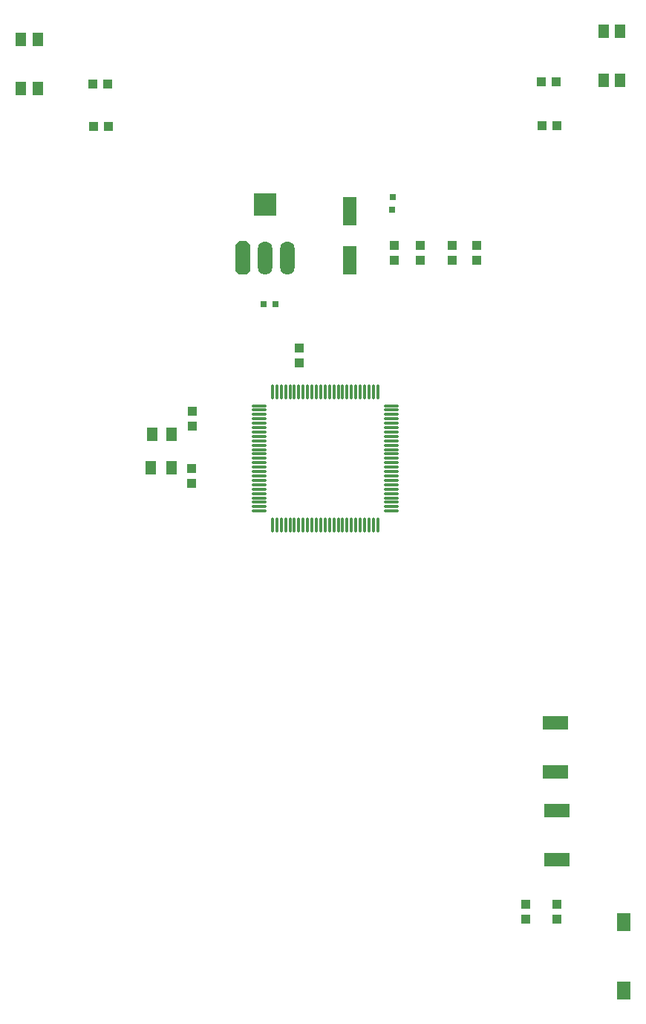
<source format=gtp>
G04 Layer_Color=8421504*
%FSLAX24Y24*%
%MOIN*%
G70*
G01*
G75*
%ADD10R,0.0591X0.1260*%
%ADD11R,0.0300X0.0300*%
%ADD12R,0.0394X0.0433*%
%ADD13R,0.0300X0.0300*%
%ADD14O,0.0118X0.0709*%
%ADD15O,0.0709X0.0118*%
G04:AMPARAMS|DCode=16|XSize=150mil|YSize=65mil|CornerRadius=0mil|HoleSize=0mil|Usage=FLASHONLY|Rotation=90.000|XOffset=0mil|YOffset=0mil|HoleType=Round|Shape=Octagon|*
%AMOCTAGOND16*
4,1,8,0.0163,0.0750,-0.0163,0.0750,-0.0325,0.0588,-0.0325,-0.0588,-0.0163,-0.0750,0.0163,-0.0750,0.0325,-0.0588,0.0325,0.0588,0.0163,0.0750,0.0*
%
%ADD16OCTAGOND16*%

%ADD17O,0.0650X0.1500*%
%ADD18R,0.1000X0.1000*%
%ADD19R,0.0512X0.0591*%
%ADD20R,0.0591X0.0787*%
%ADD21R,0.0433X0.0394*%
%ADD22R,0.0512X0.0630*%
%ADD23R,0.1181X0.0591*%
D10*
X38228Y41454D02*
D03*
Y39252D02*
D03*
D11*
X40130Y42090D02*
D03*
X40129Y41545D02*
D03*
D12*
X41365Y39251D02*
D03*
Y39920D02*
D03*
X40208Y39251D02*
D03*
Y39920D02*
D03*
X43898Y39276D02*
D03*
Y39945D02*
D03*
X42820Y39251D02*
D03*
Y39920D02*
D03*
X31150Y31840D02*
D03*
Y32509D02*
D03*
X31120Y29251D02*
D03*
Y29920D02*
D03*
X35948Y34654D02*
D03*
Y35324D02*
D03*
X46102Y10394D02*
D03*
Y9724D02*
D03*
X47518Y9729D02*
D03*
Y10398D02*
D03*
D13*
X34875Y37279D02*
D03*
X34330Y37280D02*
D03*
D14*
X39076Y33355D02*
D03*
X39272Y33355D02*
D03*
X39469D02*
D03*
X39469Y27410D02*
D03*
X39272D02*
D03*
X39076D02*
D03*
X34745Y33355D02*
D03*
X34942D02*
D03*
X35138D02*
D03*
X35335D02*
D03*
X35532D02*
D03*
X35729D02*
D03*
X35926D02*
D03*
X36123D02*
D03*
X36320D02*
D03*
X36516D02*
D03*
X36713D02*
D03*
X36910D02*
D03*
X37107D02*
D03*
X37304D02*
D03*
X37501D02*
D03*
X37698D02*
D03*
X37894D02*
D03*
X38091D02*
D03*
X38288D02*
D03*
X38485D02*
D03*
X38682D02*
D03*
X38879D02*
D03*
Y27410D02*
D03*
X38682D02*
D03*
X38485D02*
D03*
X38288D02*
D03*
X38091D02*
D03*
X37894D02*
D03*
X37698D02*
D03*
X37501D02*
D03*
X37304D02*
D03*
X37107Y27410D02*
D03*
X36910D02*
D03*
X36713Y27410D02*
D03*
X36516D02*
D03*
X36320D02*
D03*
X36123D02*
D03*
X35926D02*
D03*
X35729Y27410D02*
D03*
X35532D02*
D03*
X35335Y27410D02*
D03*
X35139D02*
D03*
X34942D02*
D03*
X34745D02*
D03*
D15*
X40079Y32744D02*
D03*
Y32547D02*
D03*
Y32351D02*
D03*
Y32154D02*
D03*
Y31957D02*
D03*
Y31760D02*
D03*
Y31563D02*
D03*
Y31366D02*
D03*
Y31170D02*
D03*
X40079Y30973D02*
D03*
Y30776D02*
D03*
X40079Y30579D02*
D03*
Y30382D02*
D03*
Y30185D02*
D03*
Y29988D02*
D03*
Y29792D02*
D03*
X40079Y29595D02*
D03*
Y29398D02*
D03*
Y29201D02*
D03*
X40079Y29004D02*
D03*
Y28807D02*
D03*
Y28610D02*
D03*
Y28414D02*
D03*
Y28217D02*
D03*
X40079Y28020D02*
D03*
X34135D02*
D03*
Y28217D02*
D03*
Y28414D02*
D03*
Y28610D02*
D03*
Y28807D02*
D03*
Y29004D02*
D03*
Y29201D02*
D03*
Y29398D02*
D03*
Y29595D02*
D03*
Y29792D02*
D03*
Y29988D02*
D03*
Y30185D02*
D03*
Y30382D02*
D03*
Y30579D02*
D03*
Y30776D02*
D03*
Y30973D02*
D03*
Y31170D02*
D03*
Y31366D02*
D03*
Y31563D02*
D03*
Y31760D02*
D03*
Y31957D02*
D03*
Y32154D02*
D03*
Y32351D02*
D03*
Y32547D02*
D03*
Y32744D02*
D03*
D16*
X33409Y39372D02*
D03*
D17*
X35409D02*
D03*
X34409D02*
D03*
D18*
X34409Y41772D02*
D03*
D19*
X23459Y49157D02*
D03*
X24207Y49157D02*
D03*
X23459Y46947D02*
D03*
X24207Y46947D02*
D03*
X50358Y49539D02*
D03*
X49610Y49539D02*
D03*
X50358Y47313D02*
D03*
X49610Y47313D02*
D03*
D20*
X50517Y9586D02*
D03*
Y6515D02*
D03*
D21*
X27356Y47168D02*
D03*
X26686D02*
D03*
X27370Y45250D02*
D03*
X26701D02*
D03*
X46824Y47272D02*
D03*
X47494D02*
D03*
X46854Y45302D02*
D03*
X47524D02*
D03*
D22*
X29292Y29962D02*
D03*
X29332Y31458D02*
D03*
X30198D02*
D03*
Y29962D02*
D03*
D23*
X47520Y12402D02*
D03*
Y14602D02*
D03*
X47450Y16330D02*
D03*
Y18530D02*
D03*
M02*

</source>
